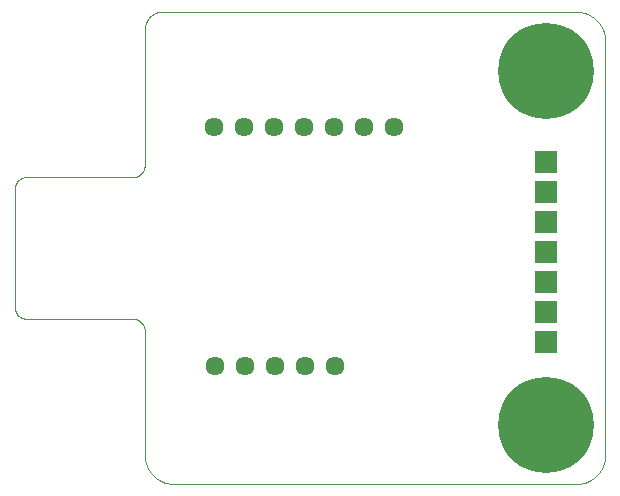
<source format=gbs>
G75*
%MOIN*%
%OFA0B0*%
%FSLAX25Y25*%
%IPPOS*%
%LPD*%
%AMOC8*
5,1,8,0,0,1.08239X$1,22.5*
%
%ADD10C,0.00000*%
%ADD11R,0.07800X0.07800*%
%ADD12C,0.06337*%
%ADD13C,0.31896*%
D10*
X0056328Y0011043D02*
X0056328Y0052381D01*
X0056326Y0052505D01*
X0056320Y0052628D01*
X0056311Y0052752D01*
X0056297Y0052874D01*
X0056280Y0052997D01*
X0056258Y0053119D01*
X0056233Y0053240D01*
X0056204Y0053360D01*
X0056172Y0053479D01*
X0056135Y0053598D01*
X0056095Y0053715D01*
X0056052Y0053830D01*
X0056004Y0053945D01*
X0055953Y0054057D01*
X0055899Y0054168D01*
X0055841Y0054278D01*
X0055780Y0054385D01*
X0055715Y0054491D01*
X0055647Y0054594D01*
X0055576Y0054695D01*
X0055502Y0054794D01*
X0055425Y0054891D01*
X0055344Y0054985D01*
X0055261Y0055076D01*
X0055175Y0055165D01*
X0055086Y0055251D01*
X0054995Y0055334D01*
X0054901Y0055415D01*
X0054804Y0055492D01*
X0054705Y0055566D01*
X0054604Y0055637D01*
X0054501Y0055705D01*
X0054395Y0055770D01*
X0054288Y0055831D01*
X0054178Y0055889D01*
X0054067Y0055943D01*
X0053955Y0055994D01*
X0053840Y0056042D01*
X0053725Y0056085D01*
X0053608Y0056125D01*
X0053489Y0056162D01*
X0053370Y0056194D01*
X0053250Y0056223D01*
X0053129Y0056248D01*
X0053007Y0056270D01*
X0052884Y0056287D01*
X0052762Y0056301D01*
X0052638Y0056310D01*
X0052515Y0056316D01*
X0052391Y0056318D01*
X0016958Y0056318D01*
X0016834Y0056320D01*
X0016711Y0056326D01*
X0016587Y0056335D01*
X0016465Y0056349D01*
X0016342Y0056366D01*
X0016220Y0056388D01*
X0016099Y0056413D01*
X0015979Y0056442D01*
X0015860Y0056474D01*
X0015741Y0056511D01*
X0015624Y0056551D01*
X0015509Y0056594D01*
X0015394Y0056642D01*
X0015282Y0056693D01*
X0015171Y0056747D01*
X0015061Y0056805D01*
X0014954Y0056866D01*
X0014848Y0056931D01*
X0014745Y0056999D01*
X0014644Y0057070D01*
X0014545Y0057144D01*
X0014448Y0057221D01*
X0014354Y0057302D01*
X0014263Y0057385D01*
X0014174Y0057471D01*
X0014088Y0057560D01*
X0014005Y0057651D01*
X0013924Y0057745D01*
X0013847Y0057842D01*
X0013773Y0057941D01*
X0013702Y0058042D01*
X0013634Y0058145D01*
X0013569Y0058251D01*
X0013508Y0058358D01*
X0013450Y0058468D01*
X0013396Y0058579D01*
X0013345Y0058691D01*
X0013297Y0058806D01*
X0013254Y0058921D01*
X0013214Y0059038D01*
X0013177Y0059157D01*
X0013145Y0059276D01*
X0013116Y0059396D01*
X0013091Y0059517D01*
X0013069Y0059639D01*
X0013052Y0059762D01*
X0013038Y0059884D01*
X0013029Y0060008D01*
X0013023Y0060131D01*
X0013021Y0060255D01*
X0013021Y0099625D01*
X0013023Y0099749D01*
X0013029Y0099872D01*
X0013038Y0099996D01*
X0013052Y0100118D01*
X0013069Y0100241D01*
X0013091Y0100363D01*
X0013116Y0100484D01*
X0013145Y0100604D01*
X0013177Y0100723D01*
X0013214Y0100842D01*
X0013254Y0100959D01*
X0013297Y0101074D01*
X0013345Y0101189D01*
X0013396Y0101301D01*
X0013450Y0101412D01*
X0013508Y0101522D01*
X0013569Y0101629D01*
X0013634Y0101735D01*
X0013702Y0101838D01*
X0013773Y0101939D01*
X0013847Y0102038D01*
X0013924Y0102135D01*
X0014005Y0102229D01*
X0014088Y0102320D01*
X0014174Y0102409D01*
X0014263Y0102495D01*
X0014354Y0102578D01*
X0014448Y0102659D01*
X0014545Y0102736D01*
X0014644Y0102810D01*
X0014745Y0102881D01*
X0014848Y0102949D01*
X0014954Y0103014D01*
X0015061Y0103075D01*
X0015171Y0103133D01*
X0015282Y0103187D01*
X0015394Y0103238D01*
X0015509Y0103286D01*
X0015624Y0103329D01*
X0015741Y0103369D01*
X0015860Y0103406D01*
X0015979Y0103438D01*
X0016099Y0103467D01*
X0016220Y0103492D01*
X0016342Y0103514D01*
X0016465Y0103531D01*
X0016587Y0103545D01*
X0016711Y0103554D01*
X0016834Y0103560D01*
X0016958Y0103562D01*
X0052391Y0103562D01*
X0052515Y0103564D01*
X0052638Y0103570D01*
X0052762Y0103579D01*
X0052884Y0103593D01*
X0053007Y0103610D01*
X0053129Y0103632D01*
X0053250Y0103657D01*
X0053370Y0103686D01*
X0053489Y0103718D01*
X0053608Y0103755D01*
X0053725Y0103795D01*
X0053840Y0103838D01*
X0053955Y0103886D01*
X0054067Y0103937D01*
X0054178Y0103991D01*
X0054288Y0104049D01*
X0054395Y0104110D01*
X0054501Y0104175D01*
X0054604Y0104243D01*
X0054705Y0104314D01*
X0054804Y0104388D01*
X0054901Y0104465D01*
X0054995Y0104546D01*
X0055086Y0104629D01*
X0055175Y0104715D01*
X0055261Y0104804D01*
X0055344Y0104895D01*
X0055425Y0104989D01*
X0055502Y0105086D01*
X0055576Y0105185D01*
X0055647Y0105286D01*
X0055715Y0105389D01*
X0055780Y0105495D01*
X0055841Y0105602D01*
X0055899Y0105712D01*
X0055953Y0105823D01*
X0056004Y0105935D01*
X0056052Y0106050D01*
X0056095Y0106165D01*
X0056135Y0106282D01*
X0056172Y0106401D01*
X0056204Y0106520D01*
X0056233Y0106640D01*
X0056258Y0106761D01*
X0056280Y0106883D01*
X0056297Y0107006D01*
X0056311Y0107128D01*
X0056320Y0107252D01*
X0056326Y0107375D01*
X0056328Y0107499D01*
X0056328Y0152775D01*
X0056330Y0152927D01*
X0056336Y0153079D01*
X0056346Y0153231D01*
X0056359Y0153382D01*
X0056377Y0153533D01*
X0056398Y0153684D01*
X0056424Y0153834D01*
X0056453Y0153983D01*
X0056486Y0154132D01*
X0056523Y0154279D01*
X0056563Y0154426D01*
X0056608Y0154571D01*
X0056656Y0154715D01*
X0056708Y0154858D01*
X0056763Y0155000D01*
X0056822Y0155140D01*
X0056885Y0155279D01*
X0056951Y0155416D01*
X0057021Y0155551D01*
X0057094Y0155684D01*
X0057171Y0155815D01*
X0057251Y0155945D01*
X0057334Y0156072D01*
X0057420Y0156197D01*
X0057510Y0156320D01*
X0057603Y0156440D01*
X0057699Y0156558D01*
X0057798Y0156674D01*
X0057900Y0156787D01*
X0058004Y0156897D01*
X0058112Y0157005D01*
X0058222Y0157109D01*
X0058335Y0157211D01*
X0058451Y0157310D01*
X0058569Y0157406D01*
X0058689Y0157499D01*
X0058812Y0157589D01*
X0058937Y0157675D01*
X0059064Y0157758D01*
X0059194Y0157838D01*
X0059325Y0157915D01*
X0059458Y0157988D01*
X0059593Y0158058D01*
X0059730Y0158124D01*
X0059869Y0158187D01*
X0060009Y0158246D01*
X0060151Y0158301D01*
X0060294Y0158353D01*
X0060438Y0158401D01*
X0060583Y0158446D01*
X0060730Y0158486D01*
X0060877Y0158523D01*
X0061026Y0158556D01*
X0061175Y0158585D01*
X0061325Y0158611D01*
X0061476Y0158632D01*
X0061627Y0158650D01*
X0061778Y0158663D01*
X0061930Y0158673D01*
X0062082Y0158679D01*
X0062234Y0158681D01*
X0062234Y0158680D02*
X0200029Y0158680D01*
X0200029Y0158681D02*
X0200267Y0158678D01*
X0200505Y0158670D01*
X0200742Y0158655D01*
X0200979Y0158635D01*
X0201215Y0158609D01*
X0201451Y0158578D01*
X0201686Y0158541D01*
X0201920Y0158498D01*
X0202153Y0158449D01*
X0202385Y0158395D01*
X0202615Y0158335D01*
X0202844Y0158270D01*
X0203071Y0158199D01*
X0203296Y0158123D01*
X0203519Y0158041D01*
X0203741Y0157954D01*
X0203960Y0157862D01*
X0204177Y0157764D01*
X0204391Y0157662D01*
X0204603Y0157554D01*
X0204813Y0157440D01*
X0205019Y0157322D01*
X0205223Y0157199D01*
X0205423Y0157071D01*
X0205620Y0156939D01*
X0205815Y0156801D01*
X0206005Y0156659D01*
X0206193Y0156512D01*
X0206376Y0156361D01*
X0206556Y0156206D01*
X0206732Y0156046D01*
X0206904Y0155882D01*
X0207073Y0155713D01*
X0207237Y0155541D01*
X0207397Y0155365D01*
X0207552Y0155185D01*
X0207703Y0155002D01*
X0207850Y0154814D01*
X0207992Y0154624D01*
X0208130Y0154429D01*
X0208262Y0154232D01*
X0208390Y0154032D01*
X0208513Y0153828D01*
X0208631Y0153622D01*
X0208745Y0153412D01*
X0208853Y0153200D01*
X0208955Y0152986D01*
X0209053Y0152769D01*
X0209145Y0152550D01*
X0209232Y0152328D01*
X0209314Y0152105D01*
X0209390Y0151880D01*
X0209461Y0151653D01*
X0209526Y0151424D01*
X0209586Y0151194D01*
X0209640Y0150962D01*
X0209689Y0150729D01*
X0209732Y0150495D01*
X0209769Y0150260D01*
X0209800Y0150024D01*
X0209826Y0149788D01*
X0209846Y0149551D01*
X0209861Y0149314D01*
X0209869Y0149076D01*
X0209872Y0148838D01*
X0209871Y0148838D02*
X0209871Y0011043D01*
X0209872Y0011043D02*
X0209869Y0010805D01*
X0209861Y0010567D01*
X0209846Y0010330D01*
X0209826Y0010093D01*
X0209800Y0009857D01*
X0209769Y0009621D01*
X0209732Y0009386D01*
X0209689Y0009152D01*
X0209640Y0008919D01*
X0209586Y0008687D01*
X0209526Y0008457D01*
X0209461Y0008228D01*
X0209390Y0008001D01*
X0209314Y0007776D01*
X0209232Y0007553D01*
X0209145Y0007331D01*
X0209053Y0007112D01*
X0208955Y0006895D01*
X0208853Y0006681D01*
X0208745Y0006469D01*
X0208631Y0006259D01*
X0208513Y0006053D01*
X0208390Y0005849D01*
X0208262Y0005649D01*
X0208130Y0005452D01*
X0207992Y0005257D01*
X0207850Y0005067D01*
X0207703Y0004879D01*
X0207552Y0004696D01*
X0207397Y0004516D01*
X0207237Y0004340D01*
X0207073Y0004168D01*
X0206904Y0003999D01*
X0206732Y0003835D01*
X0206556Y0003675D01*
X0206376Y0003520D01*
X0206193Y0003369D01*
X0206005Y0003222D01*
X0205815Y0003080D01*
X0205620Y0002942D01*
X0205423Y0002810D01*
X0205223Y0002682D01*
X0205019Y0002559D01*
X0204813Y0002441D01*
X0204603Y0002327D01*
X0204391Y0002219D01*
X0204177Y0002117D01*
X0203960Y0002019D01*
X0203741Y0001927D01*
X0203519Y0001840D01*
X0203296Y0001758D01*
X0203071Y0001682D01*
X0202844Y0001611D01*
X0202615Y0001546D01*
X0202385Y0001486D01*
X0202153Y0001432D01*
X0201920Y0001383D01*
X0201686Y0001340D01*
X0201451Y0001303D01*
X0201215Y0001272D01*
X0200979Y0001246D01*
X0200742Y0001226D01*
X0200505Y0001211D01*
X0200267Y0001203D01*
X0200029Y0001200D01*
X0066171Y0001200D01*
X0065933Y0001203D01*
X0065695Y0001211D01*
X0065458Y0001226D01*
X0065221Y0001246D01*
X0064985Y0001272D01*
X0064749Y0001303D01*
X0064514Y0001340D01*
X0064280Y0001383D01*
X0064047Y0001432D01*
X0063815Y0001486D01*
X0063585Y0001546D01*
X0063356Y0001611D01*
X0063129Y0001682D01*
X0062904Y0001758D01*
X0062681Y0001840D01*
X0062459Y0001927D01*
X0062240Y0002019D01*
X0062023Y0002117D01*
X0061809Y0002219D01*
X0061597Y0002327D01*
X0061387Y0002441D01*
X0061181Y0002559D01*
X0060977Y0002682D01*
X0060777Y0002810D01*
X0060580Y0002942D01*
X0060385Y0003080D01*
X0060195Y0003222D01*
X0060007Y0003369D01*
X0059824Y0003520D01*
X0059644Y0003675D01*
X0059468Y0003835D01*
X0059296Y0003999D01*
X0059127Y0004168D01*
X0058963Y0004340D01*
X0058803Y0004516D01*
X0058648Y0004696D01*
X0058497Y0004879D01*
X0058350Y0005067D01*
X0058208Y0005257D01*
X0058070Y0005452D01*
X0057938Y0005649D01*
X0057810Y0005849D01*
X0057687Y0006053D01*
X0057569Y0006259D01*
X0057455Y0006469D01*
X0057347Y0006681D01*
X0057245Y0006895D01*
X0057147Y0007112D01*
X0057055Y0007331D01*
X0056968Y0007553D01*
X0056886Y0007776D01*
X0056810Y0008001D01*
X0056739Y0008228D01*
X0056674Y0008457D01*
X0056614Y0008687D01*
X0056560Y0008919D01*
X0056511Y0009152D01*
X0056468Y0009386D01*
X0056431Y0009621D01*
X0056400Y0009857D01*
X0056374Y0010093D01*
X0056354Y0010330D01*
X0056339Y0010567D01*
X0056331Y0010805D01*
X0056328Y0011043D01*
D11*
X0190186Y0048444D03*
X0190186Y0058444D03*
X0190186Y0068444D03*
X0190186Y0078444D03*
X0190186Y0088444D03*
X0190186Y0098444D03*
X0190186Y0108444D03*
D12*
X0139320Y0120098D03*
X0129320Y0120098D03*
X0119320Y0120098D03*
X0109320Y0120098D03*
X0099320Y0120098D03*
X0089320Y0120098D03*
X0079320Y0120098D03*
X0079635Y0040570D03*
X0089635Y0040570D03*
X0099635Y0040570D03*
X0109635Y0040570D03*
X0119635Y0040570D03*
D13*
X0190186Y0020885D03*
X0190186Y0138995D03*
M02*

</source>
